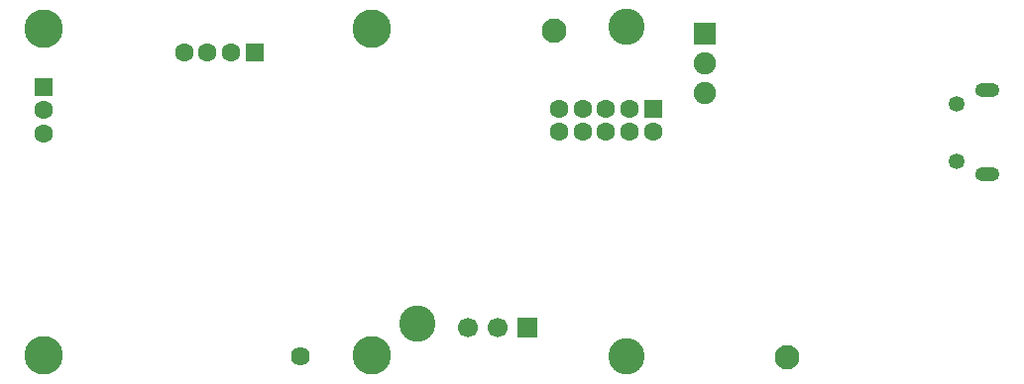
<source format=gbs>
G04*
G04 #@! TF.GenerationSoftware,Altium Limited,Altium Designer,18.1.7 (191)*
G04*
G04 Layer_Color=16711935*
%FSLAX24Y24*%
%MOIN*%
G70*
G01*
G75*
%ADD60C,0.0827*%
%ADD61C,0.1220*%
%ADD62C,0.0630*%
%ADD63R,0.0630X0.0630*%
%ADD64C,0.0669*%
%ADD65R,0.0669X0.0669*%
%ADD66R,0.0630X0.0630*%
%ADD67R,0.0748X0.0748*%
%ADD68C,0.0748*%
%ADD69O,0.0827X0.0472*%
%ADD70C,0.0531*%
%ADD71C,0.1299*%
%ADD72C,0.0639*%
D60*
X42844Y36801D02*
D03*
X50650Y25807D02*
D03*
D61*
X38238Y26929D02*
D03*
X45276Y36929D02*
D03*
Y25827D02*
D03*
D62*
X43002Y33396D02*
D03*
X43789D02*
D03*
X44577D02*
D03*
X45364D02*
D03*
X46152D02*
D03*
X43002Y34183D02*
D03*
X43789D02*
D03*
X44577D02*
D03*
X45364D02*
D03*
X30394Y36066D02*
D03*
X31181D02*
D03*
X31969D02*
D03*
X25659Y34134D02*
D03*
Y33346D02*
D03*
D63*
X46152Y34183D02*
D03*
X25659Y34921D02*
D03*
D64*
X39929Y26811D02*
D03*
X40929D02*
D03*
D65*
X41929D02*
D03*
D66*
X32756Y36066D02*
D03*
D67*
X47913Y36693D02*
D03*
D68*
Y34724D02*
D03*
Y35709D02*
D03*
D69*
X57402Y31969D02*
D03*
Y34803D02*
D03*
D70*
X56368Y32421D02*
D03*
Y34350D02*
D03*
D71*
X25669Y25866D02*
D03*
X36693D02*
D03*
X25669Y36890D02*
D03*
X36693D02*
D03*
D72*
X34291Y25827D02*
D03*
M02*

</source>
